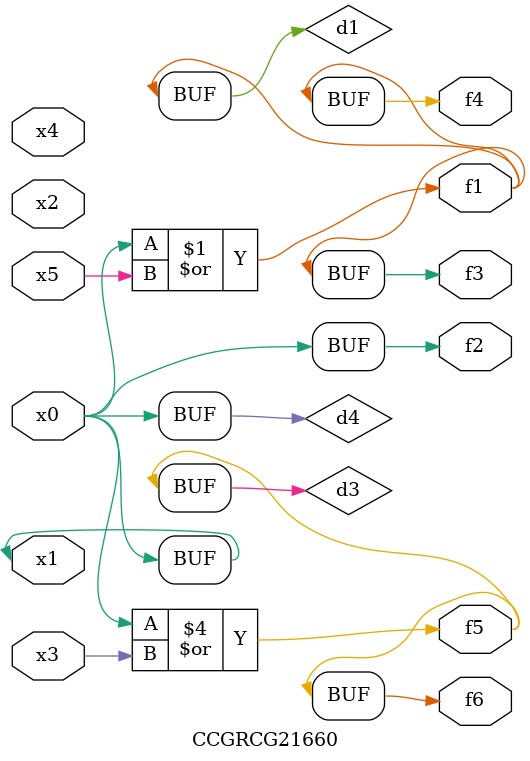
<source format=v>
module CCGRCG21660(
	input x0, x1, x2, x3, x4, x5,
	output f1, f2, f3, f4, f5, f6
);

	wire d1, d2, d3, d4;

	or (d1, x0, x5);
	xnor (d2, x1, x4);
	or (d3, x0, x3);
	buf (d4, x0, x1);
	assign f1 = d1;
	assign f2 = d4;
	assign f3 = d1;
	assign f4 = d1;
	assign f5 = d3;
	assign f6 = d3;
endmodule

</source>
